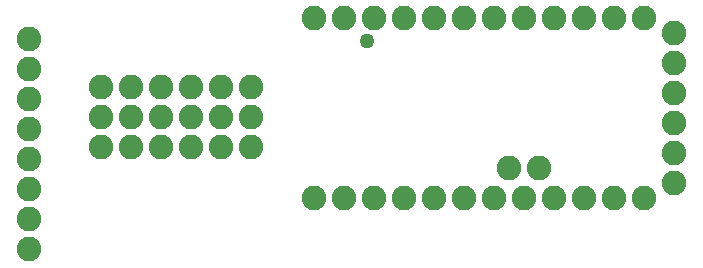
<source format=gbr>
G04 EAGLE Gerber RS-274X export*
G75*
%MOMM*%
%FSLAX34Y34*%
%LPD*%
%INSoldermask Bottom*%
%IPPOS*%
%AMOC8*
5,1,8,0,0,1.08239X$1,22.5*%
G01*
%ADD10C,2.082800*%
%ADD11C,1.270000*%


D10*
X381000Y812800D03*
X406400Y812800D03*
X431800Y812800D03*
X457200Y812800D03*
X482600Y812800D03*
X508000Y812800D03*
X533400Y812800D03*
X558800Y812800D03*
X584200Y812800D03*
X609600Y812800D03*
X635000Y812800D03*
X660400Y812800D03*
X660400Y660400D03*
X635000Y660400D03*
X609600Y660400D03*
X584200Y660400D03*
X558800Y660400D03*
X533400Y660400D03*
X508000Y660400D03*
X482600Y660400D03*
X457200Y660400D03*
X431800Y660400D03*
X406400Y660400D03*
X381000Y660400D03*
X685800Y673100D03*
X685800Y698500D03*
X685800Y723900D03*
X685800Y749300D03*
X685800Y774700D03*
X685800Y800100D03*
X327660Y754380D03*
X327660Y728980D03*
X327660Y703580D03*
X546100Y685800D03*
X571500Y685800D03*
X302260Y754380D03*
X302260Y728980D03*
X302260Y703580D03*
X276860Y754380D03*
X276860Y728980D03*
X276860Y703580D03*
X251460Y754380D03*
X251460Y728980D03*
X251460Y703580D03*
X226060Y754380D03*
X226060Y728980D03*
X226060Y703580D03*
X200660Y754380D03*
X200660Y728980D03*
X200660Y703580D03*
X139700Y795020D03*
X139700Y769620D03*
X139700Y744220D03*
X139700Y718820D03*
X139700Y693420D03*
X139700Y668020D03*
X139700Y642620D03*
X139700Y617220D03*
D11*
X425450Y793750D03*
M02*

</source>
